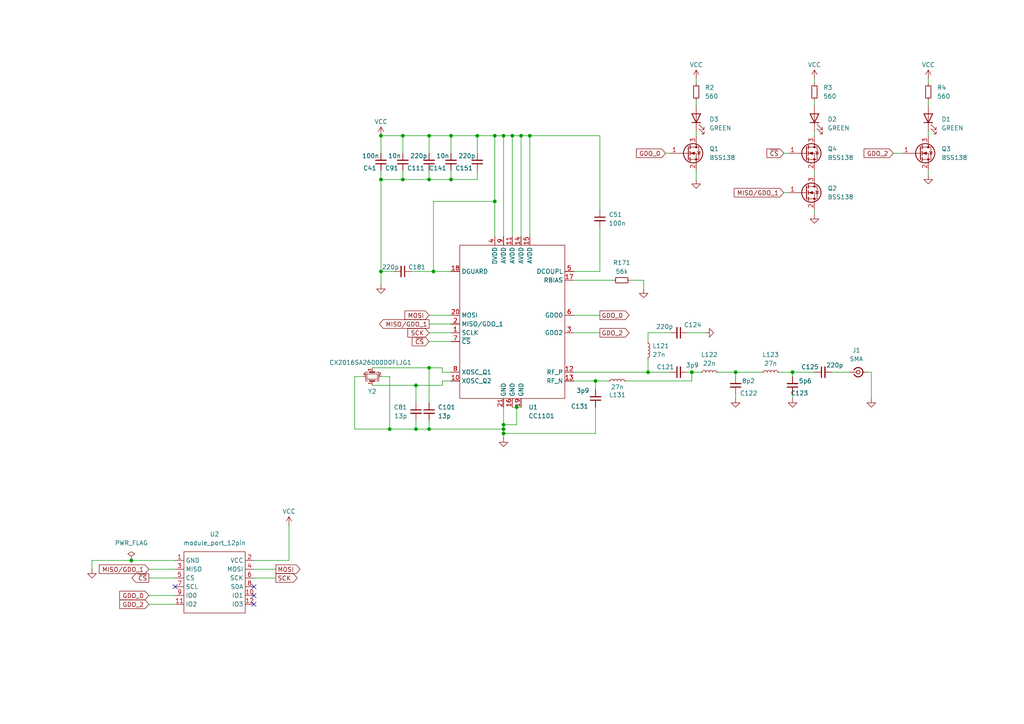
<source format=kicad_sch>
(kicad_sch (version 20250114) (generator "eeschema") (generator_version "9.0")
  (paper "A4")
  (lib_symbols
    (symbol "Connector:Conn_Coaxial_Small" (pin_numbers (hide yes)) (pin_names (offset 1.016) (hide yes))
      (property "Reference" "J" (at 0.254 3.048 0))
      (property "Value" "Conn_Coaxial_Small" (at 0 -3.81 0))
      (symbol "Conn_Coaxial_Small_0_1"
        (polyline (pts (xy -2.54 0) (xy -0.508 0)))
        (circle (center 0 0) (radius 0.508) (stroke (width 0.2032)))
      )
      (symbol "Conn_Coaxial_Small_1_1"
        (arc (start 1.3484 0.0039) (mid 0.327 -1.308) (end -1.1916 -0.6311) (stroke (width 0.3048)))
        (arc (start -1.1916 0.6311) (mid 0.327 1.3081) (end 1.3484 -0.0039) (stroke (width 0.3048)))
        (pin passive line (at -2.54 0 0) (length 1.27) (name "In") (number "1"))
        (pin passive line (at 2.54 0 180) (length 1.27) (name "Ext") (number "2"))
      )
    )
    (symbol "Connector_Port:module_port_12pin"
      (property "Reference" "U" (at 3.81 7.62 0))
      (property "Value" "module_port_12pin" (at 0.254 -12.954 0))
      (symbol "module_port_12pin_0_1"
        (rectangle (start -8.89 6.35) (end 8.89 -11.43))
      )
      (symbol "module_port_12pin_1_1"
        (pin power_in line (at -11.43 3.81 0) (length 2.54) (name "GND") (number "1"))
        (pin input line (at -11.43 1.27 0) (length 2.54) (name "MISO") (number "3"))
        (pin bidirectional line (at -11.43 -1.27 0) (length 2.54) (name "CS") (number "5"))
        (pin output line (at -11.43 -3.81 0) (length 2.54) (name "SCL") (number "7"))
        (pin bidirectional line (at -11.43 -6.35 0) (length 2.54) (name "IO0") (number "9"))
        (pin bidirectional line (at -11.43 -8.89 0) (length 2.54) (name "IO2") (number "11"))
        (pin power_out line (at 11.43 3.81 180) (length 2.54) (name "VCC") (number "2"))
        (pin output line (at 11.43 1.27 180) (length 2.54) (name "MOSI") (number "4"))
        (pin output line (at 11.43 -1.27 180) (length 2.54) (name "SCK") (number "6"))
        (pin bidirectional line (at 11.43 -3.81 180) (length 2.54) (name "SDA") (number "8"))
        (pin bidirectional line (at 11.43 -6.35 180) (length 2.54) (name "IO1") (number "10"))
        (pin bidirectional line (at 11.43 -8.89 180) (length 2.54) (name "IO3") (number "12"))
      )
    )
    (symbol "Device:C_Small" (pin_numbers (hide yes)) (pin_names (offset 0.254) (hide yes))
      (property "Reference" "C" (at 0.254 1.778 0))
      (property "Value" "C_Small" (at 0.254 -2.032 0))
      (symbol "C_Small_0_1"
        (polyline (pts (xy -1.524 0.508) (xy 1.524 0.508)) (stroke (width 0.3048)))
        (polyline (pts (xy -1.524 -0.508) (xy 1.524 -0.508)) (stroke (width 0.3302)))
      )
      (symbol "C_Small_1_1"
        (pin passive line (at 0 2.54 270) (length 2.032) (name "~") (number "1"))
        (pin passive line (at 0 -2.54 90) (length 2.032) (name "~") (number "2"))
      )
    )
    (symbol "Device:Crystal_GND24_Small" (pin_names (offset 1.016) (hide yes))
      (property "Reference" "Y" (at 1.27 4.445 0))
      (property "Value" "Crystal_GND24_Small" (at 1.27 2.54 0))
      (symbol "Crystal_GND24_Small_0_1"
        (polyline (pts (xy -1.27 1.27) (xy -1.27 1.905) (xy 1.27 1.905) (xy 1.27 1.27)))
        (polyline (pts (xy -1.27 -0.762) (xy -1.27 0.762)) (stroke (width 0.381)))
        (polyline (pts (xy -1.27 -1.27) (xy -1.27 -1.905) (xy 1.27 -1.905) (xy 1.27 -1.27)))
        (rectangle (start -0.762 -1.524) (end 0.762 1.524))
        (polyline (pts (xy 1.27 -0.762) (xy 1.27 0.762)) (stroke (width 0.381)))
      )
      (symbol "Crystal_GND24_Small_1_1"
        (pin passive line (at -2.54 0 0) (length 1.27) (name "1") (number "1"))
        (pin passive line (at 0 2.54 270) (length 0.635) (name "4") (number "4"))
        (pin passive line (at 0 -2.54 90) (length 0.635) (name "2") (number "2"))
        (pin passive line (at 2.54 0 180) (length 1.27) (name "3") (number "3"))
      )
    )
    (symbol "Device:LED" (pin_numbers (hide yes)) (pin_names (offset 1.016) (hide yes))
      (property "Reference" "D" (at 0 2.54 0))
      (property "Value" "LED" (at 0 -2.54 0))
      (symbol "LED_0_1"
        (polyline (pts (xy -3.048 -0.762) (xy -4.572 -2.286) (xy -3.81 -2.286) (xy -4.572 -2.286) (xy -4.572 -1.524)))
        (polyline (pts (xy -1.778 -0.762) (xy -3.302 -2.286) (xy -2.54 -2.286) (xy -3.302 -2.286) (xy -3.302 -1.524)))
        (polyline (pts (xy -1.27 0) (xy 1.27 0)))
        (polyline (pts (xy -1.27 -1.27) (xy -1.27 1.27)) (stroke (width 0.254)))
        (polyline (pts (xy 1.27 -1.27) (xy 1.27 1.27) (xy -1.27 0) (xy 1.27 -1.27)) (stroke (width 0.254)))
      )
      (symbol "LED_1_1"
        (pin passive line (at -3.81 0 0) (length 2.54) (name "K") (number "1"))
        (pin passive line (at 3.81 0 180) (length 2.54) (name "A") (number "2"))
      )
    )
    (symbol "Device:L_Small" (pin_numbers (hide yes)) (pin_names (offset 0.254) (hide yes))
      (property "Reference" "L" (at 0.762 1.016 0))
      (property "Value" "L_Small" (at 0.762 -1.016 0))
      (symbol "L_Small_0_1"
        (arc (start 0 2.032) (mid 0.5058 1.524) (end 0 1.016))
        (arc (start 0 1.016) (mid 0.5058 0.508) (end 0 0))
        (arc (start 0 0) (mid 0.5058 -0.508) (end 0 -1.016))
        (arc (start 0 -1.016) (mid 0.5058 -1.524) (end 0 -2.032))
      )
      (symbol "L_Small_1_1"
        (pin passive line (at 0 2.54 270) (length 0.508) (name "~") (number "1"))
        (pin passive line (at 0 -2.54 90) (length 0.508) (name "~") (number "2"))
      )
    )
    (symbol "Device:R_Small" (pin_numbers (hide yes)) (pin_names (offset 0.254) (hide yes))
      (property "Reference" "R" (at 0.762 0.508 0))
      (property "Value" "R_Small" (at 0.762 -1.016 0))
      (symbol "R_Small_0_1"
        (rectangle (start -0.762 1.778) (end 0.762 -1.778) (stroke (width 0.2032)))
      )
      (symbol "R_Small_1_1"
        (pin passive line (at 0 2.54 270) (length 0.762) (name "~") (number "1"))
        (pin passive line (at 0 -2.54 90) (length 0.762) (name "~") (number "2"))
      )
    )
    (symbol "RF_Transceiver:CC1101"
      (property "Reference" "U" (at 10.668 15.494 0))
      (property "Value" "CC1101" (at 11.176 -32.258 0))
      (symbol "CC1101_0_1"
        (rectangle (start -15.24 13.97) (end 15.24 -30.48))
      )
      (symbol "CC1101_1_1"
        (pin power_in line (at -17.78 6.35 0) (length 2.54) (name "DGUARD") (number "18"))
        (pin input line (at -17.78 -6.35 0) (length 2.54) (name "MOSI") (number "20"))
        (pin output line (at -17.78 -8.89 0) (length 2.54) (name "MISO/GDO_1") (number "2"))
        (pin input line (at -17.78 -11.43 0) (length 2.54) (name "SCLK") (number "1"))
        (pin input line (at -17.78 -13.97 0) (length 2.54) (name "~{CS}") (number "7"))
        (pin input line (at -17.78 -22.86 0) (length 2.54) (name "XOSC_Q1") (number "8"))
        (pin input line (at -17.78 -25.4 0) (length 2.54) (name "XOSC_Q2") (number "10"))
        (pin power_in line (at -5.08 16.51 270) (length 2.54) (name "DVDD") (number "4"))
        (pin power_in line (at -2.54 16.51 270) (length 2.54) (name "AVDD") (number "9"))
        (pin power_in line (at -2.54 -33.02 90) (length 2.54) (name "GND") (number "21"))
        (pin power_in line (at 0 16.51 270) (length 2.54) (name "AVDD") (number "11"))
        (pin power_in line (at 0 -33.02 90) (length 2.54) (name "GND") (number "16"))
        (pin power_in line (at 2.54 16.51 270) (length 2.54) (name "AVDD") (number "14"))
        (pin power_in line (at 2.54 -33.02 90) (length 2.54) (name "GND") (number "19"))
        (pin power_in line (at 5.08 16.51 270) (length 2.54) (name "AVDD") (number "15"))
        (pin passive line (at 17.78 6.35 180) (length 2.54) (name "DCOUPL") (number "5"))
        (pin passive line (at 17.78 3.81 180) (length 2.54) (name "RBIAS") (number "17"))
        (pin output line (at 17.78 -6.35 180) (length 2.54) (name "GDO0") (number "6"))
        (pin output line (at 17.78 -11.43 180) (length 2.54) (name "GDO2") (number "3"))
        (pin bidirectional line (at 17.78 -22.86 180) (length 2.54) (name "RF_P") (number "12"))
        (pin bidirectional line (at 17.78 -25.4 180) (length 2.54) (name "RF_N") (number "13"))
      )
    )
    (symbol "Transistor_FET:BSS138" (pin_names (hide yes))
      (property "Reference" "Q" (at 5.08 1.905 0))
      (property "Value" "BSS138" (at 5.08 0 0))
      (symbol "BSS138_0_1"
        (polyline (pts (xy 0.254 1.905) (xy 0.254 -1.905)) (stroke (width 0.254)))
        (polyline (pts (xy 0.254 0) (xy -2.54 0)))
        (polyline (pts (xy 0.762 2.286) (xy 0.762 1.27)) (stroke (width 0.254)))
        (polyline (pts (xy 0.762 0.508) (xy 0.762 -0.508)) (stroke (width 0.254)))
        (polyline (pts (xy 0.762 -1.27) (xy 0.762 -2.286)) (stroke (width 0.254)))
        (polyline (pts (xy 0.762 -1.778) (xy 3.302 -1.778) (xy 3.302 1.778) (xy 0.762 1.778)))
        (polyline (pts (xy 1.016 0) (xy 2.032 0.381) (xy 2.032 -0.381) (xy 1.016 0)) (fill (type outline)))
        (circle (center 1.651 0) (radius 2.794) (stroke (width 0.254)))
        (polyline (pts (xy 2.54 2.54) (xy 2.54 1.778)))
        (circle (center 2.54 1.778) (radius 0.254) (fill (type outline)))
        (circle (center 2.54 -1.778) (radius 0.254) (fill (type outline)))
        (polyline (pts (xy 2.54 -2.54) (xy 2.54 0) (xy 0.762 0)))
        (polyline (pts (xy 2.794 0.508) (xy 2.921 0.381) (xy 3.683 0.381) (xy 3.81 0.254)))
        (polyline (pts (xy 3.302 0.381) (xy 2.921 -0.254) (xy 3.683 -0.254) (xy 3.302 0.381)))
      )
      (symbol "BSS138_1_1"
        (pin input line (at -5.08 0 0) (length 2.54) (name "G") (number "1"))
        (pin passive line (at 2.54 5.08 270) (length 2.54) (name "D") (number "3"))
        (pin passive line (at 2.54 -5.08 90) (length 2.54) (name "S") (number "2"))
      )
    )
    (symbol "power:GND" (power) (pin_numbers (hide yes)) (pin_names (offset 0) (hide yes))
      (property "Value" "GND" (at 0 -3.81 0))
      (symbol "GND_0_1"
        (polyline (pts (xy 0 0) (xy 0 -1.27) (xy 1.27 -1.27) (xy 0 -2.54) (xy -1.27 -1.27) (xy 0 -1.27)))
      )
      (symbol "GND_1_1"
        (pin power_in line (at 0 0 270) (length 0) (name "~") (number "1"))
      )
    )
    (symbol "power:PWR_FLAG" (power) (pin_numbers (hide yes)) (pin_names (offset 0) (hide yes))
      (property "Value" "PWR_FLAG" (at 0 3.81 0))
      (symbol "PWR_FLAG_0_0"
        (pin power_out line (at 0 0 90) (length 0) (name "~") (number "1"))
      )
      (symbol "PWR_FLAG_0_1"
        (polyline (pts (xy 0 0) (xy 0 1.27) (xy -1.016 1.905) (xy 0 2.54) (xy 1.016 1.905) (xy 0 1.27)))
      )
    )
    (symbol "power:VCC" (power) (pin_numbers (hide yes)) (pin_names (offset 0) (hide yes))
      (property "Value" "VCC" (at 0 3.556 0))
      (symbol "VCC_0_1"
        (polyline (pts (xy -0.762 1.27) (xy 0 2.54)))
        (polyline (pts (xy 0 2.54) (xy 0.762 1.27)))
        (polyline (pts (xy 0 0) (xy 0 2.54)))
      )
      (symbol "VCC_1_1"
        (pin power_in line (at 0 0 90) (length 0) (name "~") (number "1"))
      )
    )
  )
  (junction (at 138.43 39.37))
  (junction (at 213.36 107.95))
  (junction (at 151.13 39.37))
  (junction (at 116.84 39.37))
  (junction (at 124.46 124.46))
  (junction (at 120.65 124.46))
  (junction (at 146.05 39.37))
  (junction (at 146.05 124.46))
  (junction (at 110.49 39.37))
  (junction (at 148.59 39.37))
  (junction (at 116.84 52.07))
  (junction (at 229.87 107.95))
  (junction (at 124.46 52.07))
  (junction (at 149.86 118.11))
  (junction (at 110.49 52.07))
  (junction (at 113.03 124.46))
  (junction (at 153.67 39.37))
  (junction (at 124.46 106.68))
  (junction (at 120.65 111.76))
  (junction (at 172.72 110.49))
  (junction (at 187.96 107.95))
  (junction (at 143.51 58.42))
  (junction (at 200.66 107.95))
  (junction (at 146.05 125.73))
  (junction (at 146.05 123.19))
  (junction (at 124.46 39.37))
  (junction (at 143.51 39.37))
  (junction (at 38.1 162.56))
  (junction (at 130.81 39.37))
  (junction (at 130.81 52.07))
  (junction (at 110.49 78.74))
  (junction (at 125.73 78.74))
  (no_connect (at 73.66 172.72))
  (no_connect (at 73.66 175.26))
  (no_connect (at 73.66 170.18))
  (no_connect (at 50.8 170.18))
  (wire (pts (xy 125.73 78.74) (xy 130.81 78.74)))
  (wire (pts (xy 146.05 39.37) (xy 148.59 39.37)))
  (wire (pts (xy 146.05 123.19) (xy 146.05 124.46)))
  (wire (pts (xy 130.81 39.37) (xy 130.81 44.45)))
  (wire (pts (xy 166.37 96.52) (xy 173.99 96.52)))
  (wire (pts (xy 110.49 39.37) (xy 116.84 39.37)))
  (wire (pts (xy 138.43 39.37) (xy 138.43 44.45)))
  (wire (pts (xy 110.49 39.37) (xy 110.49 44.45)))
  (wire (pts (xy 124.46 106.68) (xy 107.95 106.68)))
  (wire (pts (xy 130.81 110.49) (xy 128.27 110.49)))
  (wire (pts (xy 83.82 152.4) (xy 83.82 162.56)))
  (wire (pts (xy 124.46 93.98) (xy 130.81 93.98)))
  (wire (pts (xy 259.08 44.45) (xy 261.62 44.45)))
  (wire (pts (xy 26.67 162.56) (xy 38.1 162.56)))
  (wire (pts (xy 187.96 107.95) (xy 194.31 107.95)))
  (wire (pts (xy 124.46 39.37) (xy 124.46 44.45)))
  (wire (pts (xy 166.37 91.44) (xy 173.99 91.44)))
  (wire (pts (xy 120.65 124.46) (xy 124.46 124.46)))
  (wire (pts (xy 146.05 127) (xy 146.05 125.73)))
  (wire (pts (xy 130.81 49.53) (xy 130.81 52.07)))
  (wire (pts (xy 229.87 107.95) (xy 236.22 107.95)))
  (wire (pts (xy 173.99 60.96) (xy 173.99 39.37)))
  (wire (pts (xy 186.69 81.28) (xy 182.88 81.28)))
  (wire (pts (xy 113.03 124.46) (xy 120.65 124.46)))
  (wire (pts (xy 143.51 39.37) (xy 143.51 58.42)))
  (wire (pts (xy 166.37 78.74) (xy 173.99 78.74)))
  (wire (pts (xy 213.36 115.57) (xy 213.36 114.3)))
  (wire (pts (xy 116.84 39.37) (xy 124.46 39.37)))
  (wire (pts (xy 208.28 107.95) (xy 213.36 107.95)))
  (wire (pts (xy 213.36 107.95) (xy 220.98 107.95)))
  (wire (pts (xy 269.24 50.8) (xy 269.24 49.53)))
  (wire (pts (xy 241.3 107.95) (xy 246.38 107.95)))
  (wire (pts (xy 236.22 22.86) (xy 236.22 24.13)))
  (wire (pts (xy 269.24 38.1) (xy 269.24 39.37)))
  (wire (pts (xy 128.27 106.68) (xy 124.46 106.68)))
  (wire (pts (xy 116.84 39.37) (xy 116.84 44.45)))
  (wire (pts (xy 236.22 49.53) (xy 236.22 50.8)))
  (wire (pts (xy 187.96 99.06) (xy 187.96 96.52)))
  (wire (pts (xy 124.46 39.37) (xy 130.81 39.37)))
  (wire (pts (xy 38.1 162.56) (xy 50.8 162.56)))
  (wire (pts (xy 43.18 172.72) (xy 50.8 172.72)))
  (wire (pts (xy 149.86 123.19) (xy 146.05 123.19)))
  (wire (pts (xy 124.46 91.44) (xy 130.81 91.44)))
  (wire (pts (xy 226.06 107.95) (xy 229.87 107.95)))
  (wire (pts (xy 172.72 125.73) (xy 146.05 125.73)))
  (wire (pts (xy 201.93 22.86) (xy 201.93 24.13)))
  (wire (pts (xy 151.13 39.37) (xy 151.13 68.58)))
  (wire (pts (xy 172.72 118.11) (xy 172.72 125.73)))
  (wire (pts (xy 173.99 78.74) (xy 173.99 66.04)))
  (wire (pts (xy 187.96 96.52) (xy 194.31 96.52)))
  (wire (pts (xy 201.93 38.1) (xy 201.93 39.37)))
  (wire (pts (xy 102.87 109.22) (xy 102.87 124.46)))
  (wire (pts (xy 116.84 49.53) (xy 116.84 52.07)))
  (wire (pts (xy 128.27 107.95) (xy 128.27 106.68)))
  (wire (pts (xy 153.67 39.37) (xy 173.99 39.37)))
  (wire (pts (xy 236.22 29.21) (xy 236.22 30.48)))
  (wire (pts (xy 166.37 81.28) (xy 177.8 81.28)))
  (wire (pts (xy 151.13 39.37) (xy 153.67 39.37)))
  (wire (pts (xy 201.93 52.07) (xy 201.93 49.53)))
  (wire (pts (xy 213.36 109.22) (xy 213.36 107.95)))
  (wire (pts (xy 83.82 162.56) (xy 73.66 162.56)))
  (wire (pts (xy 73.66 165.1) (xy 80.01 165.1)))
  (wire (pts (xy 269.24 22.86) (xy 269.24 24.13)))
  (wire (pts (xy 130.81 52.07) (xy 124.46 52.07)))
  (wire (pts (xy 166.37 110.49) (xy 172.72 110.49)))
  (wire (pts (xy 125.73 58.42) (xy 143.51 58.42)))
  (wire (pts (xy 146.05 118.11) (xy 146.05 123.19)))
  (wire (pts (xy 149.86 118.11) (xy 148.59 118.11)))
  (wire (pts (xy 102.87 124.46) (xy 113.03 124.46)))
  (wire (pts (xy 229.87 114.3) (xy 229.87 115.57)))
  (wire (pts (xy 200.66 110.49) (xy 200.66 107.95)))
  (wire (pts (xy 269.24 29.21) (xy 269.24 30.48)))
  (wire (pts (xy 119.38 78.74) (xy 125.73 78.74)))
  (wire (pts (xy 124.46 96.52) (xy 130.81 96.52)))
  (wire (pts (xy 73.66 167.64) (xy 80.01 167.64)))
  (wire (pts (xy 201.93 29.21) (xy 201.93 30.48)))
  (wire (pts (xy 143.51 39.37) (xy 146.05 39.37)))
  (wire (pts (xy 186.69 83.82) (xy 186.69 81.28)))
  (wire (pts (xy 187.96 104.14) (xy 187.96 107.95)))
  (wire (pts (xy 120.65 111.76) (xy 120.65 116.84)))
  (wire (pts (xy 110.49 52.07) (xy 110.49 78.74)))
  (wire (pts (xy 252.73 115.57) (xy 252.73 107.95)))
  (wire (pts (xy 146.05 39.37) (xy 146.05 68.58)))
  (wire (pts (xy 149.86 118.11) (xy 151.13 118.11)))
  (wire (pts (xy 130.81 107.95) (xy 128.27 107.95)))
  (wire (pts (xy 227.33 44.45) (xy 228.6 44.45)))
  (wire (pts (xy 199.39 107.95) (xy 200.66 107.95)))
  (wire (pts (xy 199.39 96.52) (xy 204.47 96.52)))
  (wire (pts (xy 128.27 110.49) (xy 128.27 111.76)))
  (wire (pts (xy 110.49 52.07) (xy 116.84 52.07)))
  (wire (pts (xy 107.95 111.76) (xy 120.65 111.76)))
  (wire (pts (xy 236.22 38.1) (xy 236.22 39.37)))
  (wire (pts (xy 110.49 49.53) (xy 110.49 52.07)))
  (wire (pts (xy 43.18 175.26) (xy 50.8 175.26)))
  (wire (pts (xy 125.73 78.74) (xy 125.73 58.42)))
  (wire (pts (xy 193.04 44.45) (xy 194.31 44.45)))
  (wire (pts (xy 120.65 111.76) (xy 128.27 111.76)))
  (wire (pts (xy 124.46 106.68) (xy 124.46 116.84)))
  (wire (pts (xy 113.03 109.22) (xy 113.03 124.46)))
  (wire (pts (xy 148.59 39.37) (xy 148.59 68.58)))
  (wire (pts (xy 166.37 107.95) (xy 187.96 107.95)))
  (wire (pts (xy 236.22 62.23) (xy 236.22 60.96)))
  (wire (pts (xy 148.59 39.37) (xy 151.13 39.37)))
  (wire (pts (xy 138.43 52.07) (xy 130.81 52.07)))
  (wire (pts (xy 172.72 110.49) (xy 176.53 110.49)))
  (wire (pts (xy 124.46 49.53) (xy 124.46 52.07)))
  (wire (pts (xy 43.18 165.1) (xy 50.8 165.1)))
  (wire (pts (xy 102.87 109.22) (xy 105.41 109.22)))
  (wire (pts (xy 124.46 99.06) (xy 130.81 99.06)))
  (wire (pts (xy 149.86 118.11) (xy 149.86 123.19)))
  (wire (pts (xy 116.84 52.07) (xy 124.46 52.07)))
  (wire (pts (xy 181.61 110.49) (xy 200.66 110.49)))
  (wire (pts (xy 43.18 167.64) (xy 50.8 167.64)))
  (wire (pts (xy 124.46 124.46) (xy 146.05 124.46)))
  (wire (pts (xy 146.05 125.73) (xy 146.05 124.46)))
  (wire (pts (xy 143.51 58.42) (xy 143.51 68.58)))
  (wire (pts (xy 229.87 109.22) (xy 229.87 107.95)))
  (wire (pts (xy 110.49 78.74) (xy 114.3 78.74)))
  (wire (pts (xy 110.49 78.74) (xy 110.49 82.55)))
  (wire (pts (xy 138.43 39.37) (xy 143.51 39.37)))
  (wire (pts (xy 153.67 39.37) (xy 153.67 68.58)))
  (wire (pts (xy 110.49 109.22) (xy 113.03 109.22)))
  (wire (pts (xy 252.73 107.95) (xy 251.46 107.95)))
  (wire (pts (xy 172.72 110.49) (xy 172.72 113.03)))
  (wire (pts (xy 124.46 121.92) (xy 124.46 124.46)))
  (wire (pts (xy 120.65 121.92) (xy 120.65 124.46)))
  (wire (pts (xy 130.81 39.37) (xy 138.43 39.37)))
  (wire (pts (xy 200.66 107.95) (xy 203.2 107.95)))
  (wire (pts (xy 227.33 55.88) (xy 228.6 55.88)))
  (wire (pts (xy 26.67 165.1) (xy 26.67 162.56)))
  (wire (pts (xy 138.43 49.53) (xy 138.43 52.07)))
  (global_label "GDO_2" (shape input) (at 259.08 44.45 180) (property "Intersheetrefs" "${INTERSHEET_REFS}" (effects (hide yes))))
  (global_label "GDO_2" (shape output) (at 173.99 96.52 0) (property "Intersheetrefs" "${INTERSHEET_REFS}" (effects (hide yes))))
  (global_label "SCK" (shape output) (at 80.01 167.64 0) (property "Intersheetrefs" "${INTERSHEET_REFS}" (effects (hide yes))))
  (global_label "MISO{slash}GDO_1" (shape input) (at 43.18 165.1 180) (property "Intersheetrefs" "${INTERSHEET_REFS}" (effects (hide yes))))
  (global_label "SCK" (shape input) (at 124.46 96.52 180) (property "Intersheetrefs" "${INTERSHEET_REFS}" (effects (hide yes))))
  (global_label "MOSI" (shape output) (at 80.01 165.1 0) (property "Intersheetrefs" "${INTERSHEET_REFS}" (effects (hide yes))))
  (global_label "MISO{slash}GDO_1" (shape output) (at 124.46 93.98 180) (property "Intersheetrefs" "${INTERSHEET_REFS}" (effects (hide yes))))
  (global_label "~{CS}" (shape input) (at 124.46 99.06 180) (property "Intersheetrefs" "${INTERSHEET_REFS}" (effects (hide yes))))
  (global_label "~{CS}" (shape input) (at 227.33 44.45 180) (property "Intersheetrefs" "${INTERSHEET_REFS}" (effects (hide yes))))
  (global_label "~{CS}" (shape output) (at 43.18 167.64 180) (property "Intersheetrefs" "${INTERSHEET_REFS}" (effects (hide yes))))
  (global_label "MISO{slash}GDO_1" (shape input) (at 227.33 55.88 180) (property "Intersheetrefs" "${INTERSHEET_REFS}" (effects (hide yes))))
  (global_label "GDO_2" (shape input) (at 43.18 175.26 180) (property "Intersheetrefs" "${INTERSHEET_REFS}" (effects (hide yes))))
  (global_label "GDO_0" (shape input) (at 43.18 172.72 180) (property "Intersheetrefs" "${INTERSHEET_REFS}" (effects (hide yes))))
  (global_label "MOSI" (shape input) (at 124.46 91.44 180) (property "Intersheetrefs" "${INTERSHEET_REFS}" (effects (hide yes))))
  (global_label "GDO_0" (shape input) (at 193.04 44.45 180) (property "Intersheetrefs" "${INTERSHEET_REFS}" (effects (hide yes))))
  (global_label "GDO_0" (shape output) (at 173.99 91.44 0) (property "Intersheetrefs" "${INTERSHEET_REFS}" (effects (hide yes))))
  (symbol (lib_id "Device:C_Small") (at 173.99 63.5 0) (unit 1)
    (property "Reference" "C51" (at 176.53 62.2362 0) (effects (justify left)))
    (property "Value" "100n" (at 176.53 64.7762 0) (effects (justify left)))
    (property "Footprint" "Capacitor_SMD:C_0402_1005Metric" (effects (hide yes)))
    (property "Description" "Unpolarized capacitor, small symbol" (effects (hide yes)))
  )
  (symbol (lib_id "Device:R_Small") (at 236.22 26.67 0) (unit 1)
    (property "Reference" "R3" (at 238.76 25.3999 0) (effects (justify left)))
    (property "Value" "560" (at 238.76 27.9399 0) (effects (justify left)))
    (property "Footprint" "Resistor_SMD:R_0603_1608Metric" (effects (hide yes)))
    (property "Description" "Resistor, small symbol" (effects (hide yes)))
  )
  (symbol (lib_id "Connector_Port:module_port_12pin") (at 62.23 166.37 0) (unit 1)
    (property "Reference" "U2" (at 62.23 154.94 0))
    (property "Value" "module_port_12pin" (at 62.23 157.48 0))
    (property "Footprint" "Connector_PinHeader_2.54mm:PinHeader_2x06_P2.54mm_Horizontal" (effects (hide yes)))
  )
  (symbol (lib_id "Device:C_Small") (at 196.85 107.95 90) (unit 1)
    (property "Reference" "C121" (at 195.58 106.426 90) (effects (justify left)))
    (property "Value" "3p9" (at 202.692 105.918 90) (effects (justify left)))
    (property "Footprint" "Capacitor_SMD:C_0402_1005Metric" (effects (hide yes)))
    (property "Description" "Unpolarized capacitor, small symbol" (effects (hide yes)))
  )
  (symbol (lib_id "Device:L_Small") (at 179.07 110.49 90) (unit 1)
    (property "Reference" "L131" (at 179.07 114.554 90))
    (property "Value" "27n" (at 179.07 112.268 90))
    (property "Footprint" "Inductor_SMD:L_0402_1005Metric" (effects (hide yes)))
    (property "Description" "Inductor, small symbol" (effects (hide yes)))
  )
  (symbol (lib_id "Device:L_Small") (at 205.74 107.95 90) (unit 1)
    (property "Reference" "L122" (at 205.74 102.87 90))
    (property "Value" "22n" (at 205.74 105.41 90))
    (property "Footprint" "Inductor_SMD:L_0402_1005Metric" (effects (hide yes)))
    (property "Description" "Inductor, small symbol" (effects (hide yes)))
  )
  (symbol (lib_id "power:VCC") (at 236.22 22.86 0) (unit 1)
    (property "Reference" "#PWR012" (effects (hide yes)))
    (property "Value" "VCC" (at 236.22 18.796 0))
    (property "Description" "Power symbol creates a global label with name \"VCC\"" (effects (hide yes)))
  )
  (symbol (lib_id "Device:C_Small") (at 196.85 96.52 270) (unit 1)
    (property "Reference" "C124" (at 198.374 94.234 90) (effects (justify left)))
    (property "Value" "220p" (at 190.246 94.742 90) (effects (justify left)))
    (property "Footprint" "Capacitor_SMD:C_0402_1005Metric" (effects (hide yes)))
    (property "Description" "Unpolarized capacitor, small symbol" (effects (hide yes)))
  )
  (symbol (lib_id "power:VCC") (at 83.82 152.4 0) (unit 1)
    (property "Reference" "#PWR03" (effects (hide yes)))
    (property "Value" "VCC" (at 83.82 148.336 0))
    (property "Description" "Power symbol creates a global label with name \"VCC\"" (effects (hide yes)))
  )
  (symbol (lib_id "Device:LED") (at 201.93 34.29 90) (unit 1)
    (property "Reference" "D3" (at 205.74 34.6074 90) (effects (justify right)))
    (property "Value" "GREEN" (at 205.74 37.1474 90) (effects (justify right)))
    (property "Footprint" "LED_SMD:LED_0603_1608Metric" (effects (hide yes)))
    (property "Description" "Light emitting diode" (effects (hide yes)))
    (property "Sim.Pins" "1=K 2=A" (effects (hide yes)))
  )
  (symbol (lib_id "Device:L_Small") (at 187.96 101.6 0) (unit 1)
    (property "Reference" "L121" (at 189.23 100.3299 0) (effects (justify left)))
    (property "Value" "27n" (at 189.23 102.8699 0) (effects (justify left)))
    (property "Footprint" "Inductor_SMD:L_0402_1005Metric" (effects (hide yes)))
    (property "Description" "Inductor, small symbol" (effects (hide yes)))
  )
  (symbol (lib_id "Device:C_Small") (at 116.84 46.99 180) (unit 1)
    (property "Reference" "C91" (at 115.57 48.768 0) (effects (justify left)))
    (property "Value" "10n" (at 116.332 45.212 0) (effects (justify left)))
    (property "Footprint" "Capacitor_SMD:C_0402_1005Metric" (effects (hide yes)))
    (property "Description" "Unpolarized capacitor, small symbol" (effects (hide yes)))
  )
  (symbol (lib_id "Device:C_Small") (at 124.46 46.99 180) (unit 1)
    (property "Reference" "C111" (at 123.19 48.768 0) (effects (justify left)))
    (property "Value" "220p" (at 123.952 45.212 0) (effects (justify left)))
    (property "Footprint" "Capacitor_SMD:C_0402_1005Metric" (effects (hide yes)))
    (property "Description" "Unpolarized capacitor, small symbol" (effects (hide yes)))
  )
  (symbol (lib_id "power:GND") (at 26.67 165.1 0) (unit 1)
    (property "Reference" "#PWR01" (effects (hide yes)))
    (property "Value" "GND" (effects (hide yes)))
    (property "Description" "Power symbol creates a global label with name \"GND\" , ground" (effects (hide yes)))
  )
  (symbol (lib_id "Transistor_FET:BSS138") (at 233.68 44.45 0) (unit 1)
    (property "Reference" "Q4" (at 240.03 43.1799 0) (effects (justify left)))
    (property "Value" "BSS138" (at 240.03 45.7199 0) (effects (justify left)))
    (property "Footprint" "Package_TO_SOT_SMD:SOT-23" (effects (hide yes)))
    (property "Datasheet" "https://www.onsemi.com/pub/Collateral/BSS138-D.PDF" (effects (hide yes)))
    (property "Description" "50V Vds, 0.22A Id, N-Channel MOSFET, SOT-23" (effects (hide yes)))
  )
  (symbol (lib_id "power:PWR_FLAG") (at 38.1 162.56 0) (unit 1)
    (property "Reference" "#FLG01" (effects (hide yes)))
    (property "Value" "PWR_FLAG" (at 38.1 157.48 0))
    (property "Description" "Special symbol for telling ERC where power comes from" (effects (hide yes)))
  )
  (symbol (lib_id "power:GND") (at 236.22 62.23 0) (unit 1)
    (property "Reference" "#PWR015" (effects (hide yes)))
    (property "Value" "GND" (effects (hide yes)))
    (property "Description" "Power symbol creates a global label with name \"GND\" , ground" (effects (hide yes)))
  )
  (symbol (lib_id "Device:C_Small") (at 110.49 46.99 180) (unit 1)
    (property "Reference" "C41" (at 109.22 48.768 0) (effects (justify left)))
    (property "Value" "100n" (at 109.982 45.212 0) (effects (justify left)))
    (property "Footprint" "Capacitor_SMD:C_0402_1005Metric" (effects (hide yes)))
    (property "Description" "Unpolarized capacitor, small symbol" (effects (hide yes)))
  )
  (symbol (lib_id "Transistor_FET:BSS138") (at 199.39 44.45 0) (unit 1)
    (property "Reference" "Q1" (at 205.74 43.1799 0) (effects (justify left)))
    (property "Value" "BSS138" (at 205.74 45.7199 0) (effects (justify left)))
    (property "Footprint" "Package_TO_SOT_SMD:SOT-23" (effects (hide yes)))
    (property "Datasheet" "https://www.onsemi.com/pub/Collateral/BSS138-D.PDF" (effects (hide yes)))
    (property "Description" "50V Vds, 0.22A Id, N-Channel MOSFET, SOT-23" (effects (hide yes)))
  )
  (symbol (lib_id "power:GND") (at 201.93 52.07 0) (unit 1)
    (property "Reference" "#PWR014" (effects (hide yes)))
    (property "Value" "GND" (effects (hide yes)))
    (property "Description" "Power symbol creates a global label with name \"GND\" , ground" (effects (hide yes)))
  )
  (symbol (lib_id "Device:C_Small") (at 213.36 111.76 180) (unit 1)
    (property "Reference" "C122" (at 219.71 114.046 0) (effects (justify left)))
    (property "Value" "8p2" (at 218.948 110.49 0) (effects (justify left)))
    (property "Footprint" "Capacitor_SMD:C_0402_1005Metric" (effects (hide yes)))
    (property "Description" "Unpolarized capacitor, small symbol" (effects (hide yes)))
  )
  (symbol (lib_id "Device:R_Small") (at 201.93 26.67 0) (unit 1)
    (property "Reference" "R2" (at 204.47 25.3999 0) (effects (justify left)))
    (property "Value" "560" (at 204.47 27.9399 0) (effects (justify left)))
    (property "Footprint" "Resistor_SMD:R_0603_1608Metric" (effects (hide yes)))
    (property "Description" "Resistor, small symbol" (effects (hide yes)))
  )
  (symbol (lib_id "power:GND") (at 146.05 127 0) (unit 1)
    (property "Reference" "#PWR02" (effects (hide yes)))
    (property "Value" "GND" (effects (hide yes)))
    (property "Description" "Power symbol creates a global label with name \"GND\" , ground" (effects (hide yes)))
  )
  (symbol (lib_id "Device:C_Small") (at 138.43 46.99 180) (unit 1)
    (property "Reference" "C151" (at 137.16 48.768 0) (effects (justify left)))
    (property "Value" "220p" (at 137.922 45.212 0) (effects (justify left)))
    (property "Footprint" "Capacitor_SMD:C_0402_1005Metric" (effects (hide yes)))
    (property "Description" "Unpolarized capacitor, small symbol" (effects (hide yes)))
  )
  (symbol (lib_id "Device:C_Small") (at 130.81 46.99 180) (unit 1)
    (property "Reference" "C141" (at 129.54 48.768 0) (effects (justify left)))
    (property "Value" "10n" (at 130.302 45.212 0) (effects (justify left)))
    (property "Footprint" "Capacitor_SMD:C_0402_1005Metric" (effects (hide yes)))
    (property "Description" "Unpolarized capacitor, small symbol" (effects (hide yes)))
  )
  (symbol (lib_id "Device:R_Small") (at 269.24 26.67 0) (unit 1)
    (property "Reference" "R4" (at 271.78 25.3999 0) (effects (justify left)))
    (property "Value" "560" (at 271.78 27.9399 0) (effects (justify left)))
    (property "Footprint" "Resistor_SMD:R_0603_1608Metric" (effects (hide yes)))
    (property "Description" "Resistor, small symbol" (effects (hide yes)))
  )
  (symbol (lib_id "RF_Transceiver:CC1101") (at 148.59 85.09 0) (unit 1)
    (property "Reference" "U1" (at 153.2733 118.11 0) (effects (justify left)))
    (property "Value" "CC1101" (at 153.2733 120.65 0) (effects (justify left)))
    (property "Footprint" "Package_DFN_QFN:Texas_RGP0020H_VQFN-20-1EP_4x4mm_P0.5mm_EP2.4x2.4mm_ThermalVias" (effects (hide yes)))
  )
  (symbol (lib_id "power:GND") (at 269.24 50.8 0) (unit 1)
    (property "Reference" "#PWR016" (effects (hide yes)))
    (property "Value" "GND" (effects (hide yes)))
    (property "Description" "Power symbol creates a global label with name \"GND\" , ground" (effects (hide yes)))
  )
  (symbol (lib_id "Transistor_FET:BSS138") (at 233.68 55.88 0) (unit 1)
    (property "Reference" "Q2" (at 240.03 54.6099 0) (effects (justify left)))
    (property "Value" "BSS138" (at 240.03 57.1499 0) (effects (justify left)))
    (property "Footprint" "Package_TO_SOT_SMD:SOT-23" (effects (hide yes)))
    (property "Datasheet" "https://www.onsemi.com/pub/Collateral/BSS138-D.PDF" (effects (hide yes)))
    (property "Description" "50V Vds, 0.22A Id, N-Channel MOSFET, SOT-23" (effects (hide yes)))
  )
  (symbol (lib_id "power:VCC") (at 201.93 22.86 0) (unit 1)
    (property "Reference" "#PWR011" (effects (hide yes)))
    (property "Value" "VCC" (at 201.93 18.796 0))
    (property "Description" "Power symbol creates a global label with name \"VCC\"" (effects (hide yes)))
  )
  (symbol (lib_id "Connector:Conn_Coaxial_Small") (at 248.92 107.95 0) (unit 1)
    (property "Reference" "J1" (at 248.4004 101.6 0))
    (property "Value" "SMA" (at 248.4004 104.14 0))
    (property "Footprint" "Connector_RF:GCT RFPC-SMA31-FN-095" (effects (hide yes)))
    (property "Description" "small coaxial connector (BNC, SMA, SMB, SMC, Cinch/RCA, LEMO, ...)" (effects (hide yes)))
  )
  (symbol (lib_id "Device:R_Small") (at 180.34 81.28 90) (unit 1)
    (property "Reference" "R171" (at 180.34 76.2 90))
    (property "Value" "56k" (at 180.34 78.74 90))
    (property "Footprint" "Resistor_SMD:R_0402_1005Metric" (effects (hide yes)))
    (property "Description" "Resistor, small symbol" (effects (hide yes)))
  )
  (symbol (lib_id "power:GND") (at 252.73 115.57 0) (unit 1)
    (property "Reference" "#PWR010" (effects (hide yes)))
    (property "Value" "GND" (effects (hide yes)))
    (property "Description" "Power symbol creates a global label with name \"GND\" , ground" (effects (hide yes)))
  )
  (symbol (lib_id "power:GND") (at 213.36 115.57 0) (unit 1)
    (property "Reference" "#PWR08" (effects (hide yes)))
    (property "Value" "GND" (effects (hide yes)))
    (property "Description" "Power symbol creates a global label with name \"GND\" , ground" (effects (hide yes)))
  )
  (symbol (lib_id "power:VCC") (at 269.24 22.86 0) (unit 1)
    (property "Reference" "#PWR013" (effects (hide yes)))
    (property "Value" "VCC" (at 269.24 18.796 0))
    (property "Description" "Power symbol creates a global label with name \"VCC\"" (effects (hide yes)))
  )
  (symbol (lib_id "Device:LED") (at 236.22 34.29 90) (unit 1)
    (property "Reference" "D2" (at 240.03 34.6074 90) (effects (justify right)))
    (property "Value" "GREEN" (at 240.03 37.1474 90) (effects (justify right)))
    (property "Footprint" "LED_SMD:LED_0603_1608Metric" (effects (hide yes)))
    (property "Description" "Light emitting diode" (effects (hide yes)))
    (property "Sim.Pins" "1=K 2=A" (effects (hide yes)))
  )
  (symbol (lib_id "power:VCC") (at 110.49 39.37 0) (unit 1)
    (property "Reference" "#PWR04" (effects (hide yes)))
    (property "Value" "VCC" (at 110.49 35.306 0))
    (property "Description" "Power symbol creates a global label with name \"VCC\"" (effects (hide yes)))
  )
  (symbol (lib_id "power:GND") (at 204.47 96.52 90) (unit 1)
    (property "Reference" "#PWR07" (effects (hide yes)))
    (property "Value" "GND" (effects (hide yes)))
    (property "Description" "Power symbol creates a global label with name \"GND\" , ground" (effects (hide yes)))
  )
  (symbol (lib_id "Device:C_Small") (at 238.76 107.95 90) (unit 1)
    (property "Reference" "C125" (at 237.49 106.426 90) (effects (justify left)))
    (property "Value" "220p" (at 244.602 105.918 90) (effects (justify left)))
    (property "Footprint" "Capacitor_SMD:C_0402_1005Metric" (effects (hide yes)))
    (property "Description" "Unpolarized capacitor, small symbol" (effects (hide yes)))
  )
  (symbol (lib_id "Device:C_Small") (at 116.84 78.74 270) (unit 1)
    (property "Reference" "C181" (at 118.364 77.47 90) (effects (justify left)))
    (property "Value" "220p" (at 110.744 77.47 90) (effects (justify left)))
    (property "Footprint" "Capacitor_SMD:C_0402_1005Metric" (effects (hide yes)))
    (property "Description" "Unpolarized capacitor, small symbol" (effects (hide yes)))
  )
  (symbol (lib_id "Device:C_Small") (at 120.65 119.38 0) (mirror y) (unit 1)
    (property "Reference" "C81" (at 118.11 118.1162 0) (effects (justify left)))
    (property "Value" "13p" (at 118.11 120.6562 0) (effects (justify left)))
    (property "Footprint" "Capacitor_SMD:C_0402_1005Metric" (effects (hide yes)))
    (property "Description" "Unpolarized capacitor, small symbol" (effects (hide yes)))
  )
  (symbol (lib_id "Device:C_Small") (at 124.46 119.38 0) (unit 1)
    (property "Reference" "C101" (at 127 118.1162 0) (effects (justify left)))
    (property "Value" "13p" (at 127 120.6562 0) (effects (justify left)))
    (property "Footprint" "Capacitor_SMD:C_0402_1005Metric" (effects (hide yes)))
    (property "Description" "Unpolarized capacitor, small symbol" (effects (hide yes)))
  )
  (symbol (lib_id "power:GND") (at 186.69 83.82 0) (unit 1)
    (property "Reference" "#PWR06" (effects (hide yes)))
    (property "Value" "GND" (effects (hide yes)))
    (property "Description" "Power symbol creates a global label with name \"GND\" , ground" (effects (hide yes)))
  )
  (symbol (lib_id "power:GND") (at 110.49 82.55 0) (unit 1)
    (property "Reference" "#PWR05" (effects (hide yes)))
    (property "Value" "GND" (effects (hide yes)))
    (property "Description" "Power symbol creates a global label with name \"GND\" , ground" (effects (hide yes)))
  )
  (symbol (lib_id "Transistor_FET:BSS138") (at 266.7 44.45 0) (unit 1)
    (property "Reference" "Q3" (at 273.05 43.1799 0) (effects (justify left)))
    (property "Value" "BSS138" (at 273.05 45.7199 0) (effects (justify left)))
    (property "Footprint" "Package_TO_SOT_SMD:SOT-23" (effects (hide yes)))
    (property "Datasheet" "https://www.onsemi.com/pub/Collateral/BSS138-D.PDF" (effects (hide yes)))
    (property "Description" "50V Vds, 0.22A Id, N-Channel MOSFET, SOT-23" (effects (hide yes)))
  )
  (symbol (lib_id "Device:C_Small") (at 172.72 115.57 180) (unit 1)
    (property "Reference" "C131" (at 170.688 117.856 0) (effects (justify left)))
    (property "Value" "3p9" (at 170.942 113.284 0) (effects (justify left)))
    (property "Footprint" "Capacitor_SMD:C_0402_1005Metric" (effects (hide yes)))
    (property "Description" "Unpolarized capacitor, small symbol" (effects (hide yes)))
  )
  (symbol (lib_id "power:GND") (at 229.87 115.57 0) (unit 1)
    (property "Reference" "#PWR09" (effects (hide yes)))
    (property "Value" "GND" (effects (hide yes)))
    (property "Description" "Power symbol creates a global label with name \"GND\" , ground" (effects (hide yes)))
  )
  (symbol (lib_id "Device:LED") (at 269.24 34.29 90) (unit 1)
    (property "Reference" "D1" (at 273.05 34.6074 90) (effects (justify right)))
    (property "Value" "GREEN" (at 273.05 37.1474 90) (effects (justify right)))
    (property "Footprint" "LED_SMD:LED_0603_1608Metric" (effects (hide yes)))
    (property "Description" "Light emitting diode" (effects (hide yes)))
    (property "Sim.Pins" "1=K 2=A" (effects (hide yes)))
  )
  (symbol (lib_id "Device:C_Small") (at 229.87 111.76 180) (unit 1)
    (property "Reference" "C123" (at 234.442 114.046 0) (effects (justify left)))
    (property "Value" "5p6" (at 235.458 110.49 0) (effects (justify left)))
    (property "Footprint" "Capacitor_SMD:C_0402_1005Metric" (effects (hide yes)))
    (property "Description" "Unpolarized capacitor, small symbol" (effects (hide yes)))
  )
  (symbol (lib_id "Device:Crystal_GND24_Small") (at 107.95 109.22 90) (unit 1)
    (property "Reference" "Y2" (at 107.95 113.538 90))
    (property "Value" "CX2016SA26000D0FLJG1" (at 107.442 105.156 90))
    (property "Footprint" "Oscillators:CX2016SA26000D0FLJG1" (effects (hide yes)))
    (property "Description" "Four pin crystal, GND on pins 2 and 4, small symbol" (effects (hide yes)))
  )
  (symbol (lib_id "Device:L_Small") (at 223.52 107.95 90) (unit 1)
    (property "Reference" "L123" (at 223.52 102.87 90))
    (property "Value" "27n" (at 223.52 105.41 90))
    (property "Footprint" "Inductor_SMD:L_0402_1005Metric" (effects (hide yes)))
    (property "Description" "Inductor, small symbol" (effects (hide yes)))
  )
)
</source>
